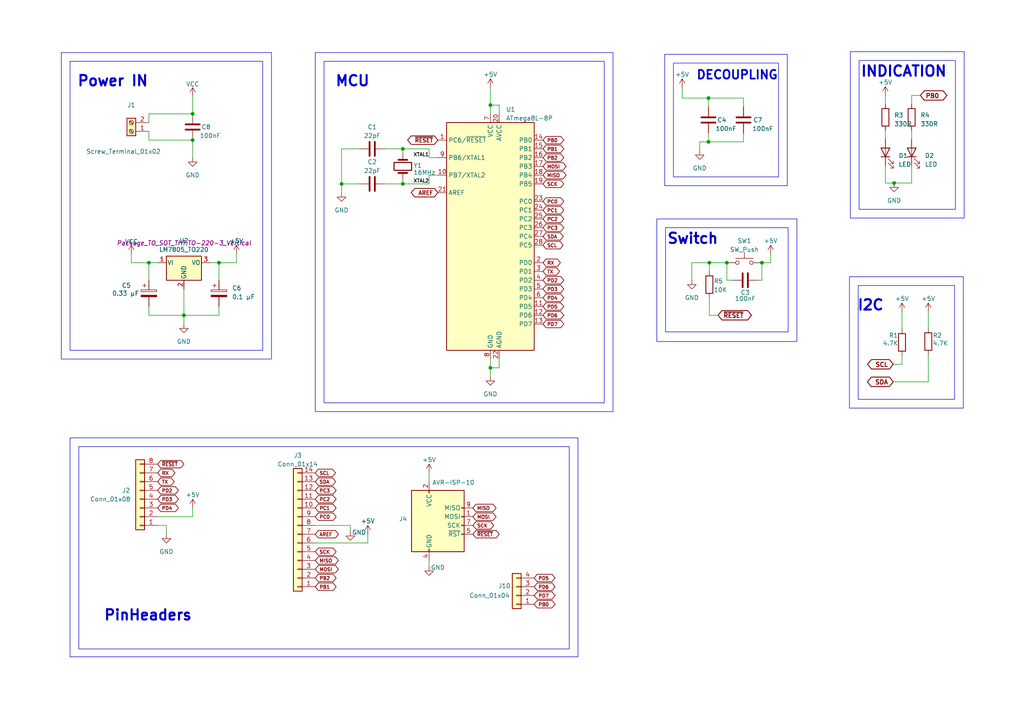
<source format=kicad_sch>
(kicad_sch (version 20230121) (generator eeschema)
  (paper "A4")
  (lib_symbols
    (symbol "Connector:AVR-ISP-10" (pin_names (offset 1.016))
      (property "Reference" "J" (at -6.35 11.43 0))
      (property "Value" "AVR-ISP-10" (at 0 11.43 0))
      (symbol "AVR-ISP-10_0_1"
        (rectangle (start -2.667 -6.858) (end -2.413 -7.62))
        (rectangle (start -2.667 10.16) (end -2.413 9.398))
        (rectangle (start 7.62 -2.413) (end 6.858 -2.667))
        (rectangle (start 7.62 0.127) (end 6.858 -0.127))
        (rectangle (start 7.62 2.667) (end 6.858 2.413))
        (rectangle (start 7.62 5.207) (end 6.858 4.953))
        (rectangle (start 7.62 10.16) (end -7.62 -7.62) (stroke (width 0.254)) (fill (type background)))
      )
      (symbol "AVR-ISP-10_1_1"
        (pin passive line (at 10.16 2.54 180) (length 2.54) (name "MOSI") (number "1"))
        (pin passive line (at -2.54 -10.16 90) (length 2.54) hide (name "GND") (number "10"))
        (pin passive line (at -2.54 12.7 270) (length 2.54) (name "VCC") (number "2"))
        (pin no_connect line (at 7.62 -5.08 180) (length 2.54) hide (name "NC") (number "3"))
        (pin passive line (at -2.54 -10.16 90) (length 2.54) (name "GND") (number "4"))
        (pin passive line (at 10.16 -2.54 180) (length 2.54) (name "~{RST}") (number "5"))
        (pin passive line (at -2.54 -10.16 90) (length 2.54) hide (name "GND") (number "6"))
        (pin passive line (at 10.16 0 180) (length 2.54) (name "SCK") (number "7"))
        (pin passive line (at -2.54 -10.16 90) (length 2.54) hide (name "GND") (number "8"))
        (pin passive line (at 10.16 5.08 180) (length 2.54) (name "MISO") (number "9"))
      )
    )
    (symbol "Connector:Screw_Terminal_01x02" (pin_names (offset 1.016) hide)
      (property "Reference" "J" (at 0 2.54 0))
      (property "Value" "Screw_Terminal_01x02" (at 0 -5.08 0))
      (symbol "Screw_Terminal_01x02_1_1"
        (rectangle (start -1.27 1.27) (end 1.27 -3.81) (stroke (width 0.254)) (fill (type background)))
        (circle (center 0 -2.54) (radius 0.635) (stroke (width 0.1524)))
        (polyline (pts (xy -0.5334 -2.2098) (xy 0.3302 -3.048)) (stroke (width 0.1524)))
        (polyline (pts (xy -0.5334 0.3302) (xy 0.3302 -0.508)) (stroke (width 0.1524)))
        (polyline (pts (xy -0.3556 -2.032) (xy 0.508 -2.8702)) (stroke (width 0.1524)))
        (polyline (pts (xy -0.3556 0.508) (xy 0.508 -0.3302)) (stroke (width 0.1524)))
        (circle (center 0 0) (radius 0.635) (stroke (width 0.1524)))
        (pin passive line (at -5.08 0 0) (length 3.81) (name "Pin_1") (number "1"))
        (pin passive line (at -5.08 -2.54 0) (length 3.81) (name "Pin_2") (number "2"))
      )
    )
    (symbol "Connector_Generic:Conn_01x04" (pin_names (offset 1.016) hide)
      (property "Reference" "J" (at 0 5.08 0))
      (property "Value" "Conn_01x04" (at 0 -7.62 0))
      (symbol "Conn_01x04_1_1"
        (rectangle (start -1.27 -4.953) (end 0 -5.207) (stroke (width 0.1524)))
        (rectangle (start -1.27 -2.413) (end 0 -2.667) (stroke (width 0.1524)))
        (rectangle (start -1.27 0.127) (end 0 -0.127) (stroke (width 0.1524)))
        (rectangle (start -1.27 2.667) (end 0 2.413) (stroke (width 0.1524)))
        (rectangle (start -1.27 3.81) (end 1.27 -6.35) (stroke (width 0.254)) (fill (type background)))
        (pin passive line (at -5.08 2.54 0) (length 3.81) (name "Pin_1") (number "1"))
        (pin passive line (at -5.08 0 0) (length 3.81) (name "Pin_2") (number "2"))
        (pin passive line (at -5.08 -2.54 0) (length 3.81) (name "Pin_3") (number "3"))
        (pin passive line (at -5.08 -5.08 0) (length 3.81) (name "Pin_4") (number "4"))
      )
    )
    (symbol "Connector_Generic:Conn_01x08" (pin_names (offset 1.016) hide)
      (property "Reference" "J" (at 0 10.16 0))
      (property "Value" "Conn_01x08" (at 0 -12.7 0))
      (symbol "Conn_01x08_1_1"
        (rectangle (start -1.27 -10.033) (end 0 -10.287) (stroke (width 0.1524)))
        (rectangle (start -1.27 -7.493) (end 0 -7.747) (stroke (width 0.1524)))
        (rectangle (start -1.27 -4.953) (end 0 -5.207) (stroke (width 0.1524)))
        (rectangle (start -1.27 -2.413) (end 0 -2.667) (stroke (width 0.1524)))
        (rectangle (start -1.27 0.127) (end 0 -0.127) (stroke (width 0.1524)))
        (rectangle (start -1.27 2.667) (end 0 2.413) (stroke (width 0.1524)))
        (rectangle (start -1.27 5.207) (end 0 4.953) (stroke (width 0.1524)))
        (rectangle (start -1.27 7.747) (end 0 7.493) (stroke (width 0.1524)))
        (rectangle (start -1.27 8.89) (end 1.27 -11.43) (stroke (width 0.254)) (fill (type background)))
        (pin passive line (at -5.08 7.62 0) (length 3.81) (name "Pin_1") (number "1"))
        (pin passive line (at -5.08 5.08 0) (length 3.81) (name "Pin_2") (number "2"))
        (pin passive line (at -5.08 2.54 0) (length 3.81) (name "Pin_3") (number "3"))
        (pin passive line (at -5.08 0 0) (length 3.81) (name "Pin_4") (number "4"))
        (pin passive line (at -5.08 -2.54 0) (length 3.81) (name "Pin_5") (number "5"))
        (pin passive line (at -5.08 -5.08 0) (length 3.81) (name "Pin_6") (number "6"))
        (pin passive line (at -5.08 -7.62 0) (length 3.81) (name "Pin_7") (number "7"))
        (pin passive line (at -5.08 -10.16 0) (length 3.81) (name "Pin_8") (number "8"))
      )
    )
    (symbol "Connector_Generic:Conn_01x14" (pin_names (offset 1.016) hide)
      (property "Reference" "J" (at 0 17.78 0))
      (property "Value" "Conn_01x14" (at 0 -20.32 0))
      (symbol "Conn_01x14_1_1"
        (rectangle (start -1.27 -17.653) (end 0 -17.907) (stroke (width 0.1524)))
        (rectangle (start -1.27 -15.113) (end 0 -15.367) (stroke (width 0.1524)))
        (rectangle (start -1.27 -12.573) (end 0 -12.827) (stroke (width 0.1524)))
        (rectangle (start -1.27 -10.033) (end 0 -10.287) (stroke (width 0.1524)))
        (rectangle (start -1.27 -7.493) (end 0 -7.747) (stroke (width 0.1524)))
        (rectangle (start -1.27 -4.953) (end 0 -5.207) (stroke (width 0.1524)))
        (rectangle (start -1.27 -2.413) (end 0 -2.667) (stroke (width 0.1524)))
        (rectangle (start -1.27 0.127) (end 0 -0.127) (stroke (width 0.1524)))
        (rectangle (start -1.27 2.667) (end 0 2.413) (stroke (width 0.1524)))
        (rectangle (start -1.27 5.207) (end 0 4.953) (stroke (width 0.1524)))
        (rectangle (start -1.27 7.747) (end 0 7.493) (stroke (width 0.1524)))
        (rectangle (start -1.27 10.287) (end 0 10.033) (stroke (width 0.1524)))
        (rectangle (start -1.27 12.827) (end 0 12.573) (stroke (width 0.1524)))
        (rectangle (start -1.27 15.367) (end 0 15.113) (stroke (width 0.1524)))
        (rectangle (start -1.27 16.51) (end 1.27 -19.05) (stroke (width 0.254)) (fill (type background)))
        (pin passive line (at -5.08 15.24 0) (length 3.81) (name "Pin_1") (number "1"))
        (pin passive line (at -5.08 -7.62 0) (length 3.81) (name "Pin_10") (number "10"))
        (pin passive line (at -5.08 -10.16 0) (length 3.81) (name "Pin_11") (number "11"))
        (pin passive line (at -5.08 -12.7 0) (length 3.81) (name "Pin_12") (number "12"))
        (pin passive line (at -5.08 -15.24 0) (length 3.81) (name "Pin_13") (number "13"))
        (pin passive line (at -5.08 -17.78 0) (length 3.81) (name "Pin_14") (number "14"))
        (pin passive line (at -5.08 12.7 0) (length 3.81) (name "Pin_2") (number "2"))
        (pin passive line (at -5.08 10.16 0) (length 3.81) (name "Pin_3") (number "3"))
        (pin passive line (at -5.08 7.62 0) (length 3.81) (name "Pin_4") (number "4"))
        (pin passive line (at -5.08 5.08 0) (length 3.81) (name "Pin_5") (number "5"))
        (pin passive line (at -5.08 2.54 0) (length 3.81) (name "Pin_6") (number "6"))
        (pin passive line (at -5.08 0 0) (length 3.81) (name "Pin_7") (number "7"))
        (pin passive line (at -5.08 -2.54 0) (length 3.81) (name "Pin_8") (number "8"))
        (pin passive line (at -5.08 -5.08 0) (length 3.81) (name "Pin_9") (number "9"))
      )
    )
    (symbol "Device:C" (pin_numbers hide) (pin_names (offset 0.254))
      (property "Reference" "C" (at 0.635 2.54 0))
      (property "Value" "C" (at 0.635 -2.54 0))
      (symbol "C_0_1"
        (polyline (pts (xy -2.032 -0.762) (xy 2.032 -0.762)) (stroke (width 0.508)))
        (polyline (pts (xy -2.032 0.762) (xy 2.032 0.762)) (stroke (width 0.508)))
      )
      (symbol "C_1_1"
        (pin passive line (at 0 3.81 270) (length 2.794) (name "~") (number "1"))
        (pin passive line (at 0 -3.81 90) (length 2.794) (name "~") (number "2"))
      )
    )
    (symbol "Device:C_Polarized" (pin_numbers hide) (pin_names (offset 0.254))
      (property "Reference" "C" (at 0.635 2.54 0))
      (property "Value" "C_Polarized" (at 0.635 -2.54 0))
      (symbol "C_Polarized_0_1"
        (rectangle (start -2.286 0.508) (end 2.286 1.016))
        (polyline (pts (xy -1.778 2.286) (xy -0.762 2.286)))
        (polyline (pts (xy -1.27 2.794) (xy -1.27 1.778)))
        (rectangle (start 2.286 -0.508) (end -2.286 -1.016) (fill (type outline)))
      )
      (symbol "C_Polarized_1_1"
        (pin passive line (at 0 3.81 270) (length 2.794) (name "~") (number "1"))
        (pin passive line (at 0 -3.81 90) (length 2.794) (name "~") (number "2"))
      )
    )
    (symbol "Device:Crystal" (pin_numbers hide) (pin_names (offset 1.016) hide)
      (property "Reference" "Y" (at 0 3.81 0))
      (property "Value" "Crystal" (at 0 -3.81 0))
      (symbol "Crystal_0_1"
        (rectangle (start -1.143 2.54) (end 1.143 -2.54) (stroke (width 0.3048)))
        (polyline (pts (xy -2.54 0) (xy -1.905 0)))
        (polyline (pts (xy -1.905 -1.27) (xy -1.905 1.27)) (stroke (width 0.508)))
        (polyline (pts (xy 1.905 -1.27) (xy 1.905 1.27)) (stroke (width 0.508)))
        (polyline (pts (xy 2.54 0) (xy 1.905 0)))
      )
      (symbol "Crystal_1_1"
        (pin passive line (at -3.81 0 0) (length 1.27) (name "1") (number "1"))
        (pin passive line (at 3.81 0 180) (length 1.27) (name "2") (number "2"))
      )
    )
    (symbol "Device:LED" (pin_numbers hide) (pin_names (offset 1.016) hide)
      (property "Reference" "D" (at 0 2.54 0))
      (property "Value" "LED" (at 0 -2.54 0))
      (symbol "LED_0_1"
        (polyline (pts (xy -1.27 -1.27) (xy -1.27 1.27)) (stroke (width 0.254)))
        (polyline (pts (xy -1.27 0) (xy 1.27 0)))
        (polyline (pts (xy 1.27 -1.27) (xy 1.27 1.27) (xy -1.27 0) (xy 1.27 -1.27)) (stroke (width 0.254)))
        (polyline (pts (xy -3.048 -0.762) (xy -4.572 -2.286) (xy -3.81 -2.286) (xy -4.572 -2.286) (xy -4.572 -1.524)))
        (polyline (pts (xy -1.778 -0.762) (xy -3.302 -2.286) (xy -2.54 -2.286) (xy -3.302 -2.286) (xy -3.302 -1.524)))
      )
      (symbol "LED_1_1"
        (pin passive line (at -3.81 0 0) (length 2.54) (name "K") (number "1"))
        (pin passive line (at 3.81 0 180) (length 2.54) (name "A") (number "2"))
      )
    )
    (symbol "Device:R" (pin_numbers hide) (pin_names (offset 0))
      (property "Reference" "R" (at 2.032 0 90))
      (property "Value" "R" (at 0 0 90))
      (symbol "R_0_1"
        (rectangle (start -1.016 -2.54) (end 1.016 2.54) (stroke (width 0.254)))
      )
      (symbol "R_1_1"
        (pin passive line (at 0 3.81 270) (length 1.27) (name "~") (number "1"))
        (pin passive line (at 0 -3.81 90) (length 1.27) (name "~") (number "2"))
      )
    )
    (symbol "MCU_Microchip_ATmega:ATmega8L-8P"
      (property "Reference" "U" (at -12.7 34.29 0))
      (property "Value" "ATmega8L-8P" (at 5.08 -34.29 0))
      (symbol "ATmega8L-8P_0_1"
        (rectangle (start -12.7 -33.02) (end 12.7 33.02) (stroke (width 0.254)) (fill (type background)))
      )
      (symbol "ATmega8L-8P_1_1"
        (pin bidirectional line (at -15.24 27.94 0) (length 2.54) (name "PC6/~{RESET}") (number "1"))
        (pin bidirectional line (at -15.24 17.78 0) (length 2.54) (name "PB7/XTAL2") (number "10"))
        (pin bidirectional line (at 15.24 -20.32 180) (length 2.54) (name "PD5") (number "11"))
        (pin bidirectional line (at 15.24 -22.86 180) (length 2.54) (name "PD6") (number "12"))
        (pin bidirectional line (at 15.24 -25.4 180) (length 2.54) (name "PD7") (number "13"))
        (pin bidirectional line (at 15.24 27.94 180) (length 2.54) (name "PB0") (number "14"))
        (pin bidirectional line (at 15.24 25.4 180) (length 2.54) (name "PB1") (number "15"))
        (pin bidirectional line (at 15.24 22.86 180) (length 2.54) (name "PB2") (number "16"))
        (pin bidirectional line (at 15.24 20.32 180) (length 2.54) (name "PB3") (number "17"))
        (pin bidirectional line (at 15.24 17.78 180) (length 2.54) (name "PB4") (number "18"))
        (pin bidirectional line (at 15.24 15.24 180) (length 2.54) (name "PB5") (number "19"))
        (pin bidirectional line (at 15.24 -7.62 180) (length 2.54) (name "PD0") (number "2"))
        (pin power_in line (at 2.54 35.56 270) (length 2.54) (name "AVCC") (number "20"))
        (pin passive line (at -15.24 12.7 0) (length 2.54) (name "AREF") (number "21"))
        (pin power_in line (at 2.54 -35.56 90) (length 2.54) (name "AGND") (number "22"))
        (pin bidirectional line (at 15.24 10.16 180) (length 2.54) (name "PC0") (number "23"))
        (pin bidirectional line (at 15.24 7.62 180) (length 2.54) (name "PC1") (number "24"))
        (pin bidirectional line (at 15.24 5.08 180) (length 2.54) (name "PC2") (number "25"))
        (pin bidirectional line (at 15.24 2.54 180) (length 2.54) (name "PC3") (number "26"))
        (pin bidirectional line (at 15.24 0 180) (length 2.54) (name "PC4") (number "27"))
        (pin bidirectional line (at 15.24 -2.54 180) (length 2.54) (name "PC5") (number "28"))
        (pin bidirectional line (at 15.24 -10.16 180) (length 2.54) (name "PD1") (number "3"))
        (pin bidirectional line (at 15.24 -12.7 180) (length 2.54) (name "PD2") (number "4"))
        (pin bidirectional line (at 15.24 -15.24 180) (length 2.54) (name "PD3") (number "5"))
        (pin bidirectional line (at 15.24 -17.78 180) (length 2.54) (name "PD4") (number "6"))
        (pin power_in line (at 0 35.56 270) (length 2.54) (name "VCC") (number "7"))
        (pin power_in line (at 0 -35.56 90) (length 2.54) (name "GND") (number "8"))
        (pin bidirectional line (at -15.24 22.86 0) (length 2.54) (name "PB6/XTAL1") (number "9"))
      )
    )
    (symbol "Regulator_Linear:LM7805_TO220" (pin_names (offset 0.254))
      (property "Reference" "U" (at -3.81 3.175 0))
      (property "Value" "LM7805_TO220" (at 0 3.175 0))
      (symbol "LM7805_TO220_0_1"
        (rectangle (start -5.08 1.905) (end 5.08 -5.08) (stroke (width 0.254)) (fill (type background)))
      )
      (symbol "LM7805_TO220_1_1"
        (pin power_in line (at -7.62 0 0) (length 2.54) (name "VI") (number "1"))
        (pin power_in line (at 0 -7.62 90) (length 2.54) (name "GND") (number "2"))
        (pin power_out line (at 7.62 0 180) (length 2.54) (name "VO") (number "3"))
      )
    )
    (symbol "Switch:SW_Push" (pin_numbers hide) (pin_names (offset 1.016) hide)
      (property "Reference" "SW" (at 1.27 2.54 0))
      (property "Value" "SW_Push" (at 0 -1.524 0))
      (symbol "SW_Push_0_1"
        (circle (center -2.032 0) (radius 0.508))
        (polyline (pts (xy 0 1.27) (xy 0 3.048)))
        (polyline (pts (xy 2.54 1.27) (xy -2.54 1.27)))
        (circle (center 2.032 0) (radius 0.508))
        (pin passive line (at -5.08 0 0) (length 2.54) (name "1") (number "1"))
        (pin passive line (at 5.08 0 180) (length 2.54) (name "2") (number "2"))
      )
    )
    (symbol "power:+5V" (power) (pin_names (offset 0))
      (property "Value" "+5V" (at 0 3.556 0))
      (symbol "+5V_0_1"
        (polyline (pts (xy -0.762 1.27) (xy 0 2.54)))
        (polyline (pts (xy 0 0) (xy 0 2.54)))
        (polyline (pts (xy 0 2.54) (xy 0.762 1.27)))
      )
      (symbol "+5V_1_1"
        (pin power_in line (at 0 0 90) (length 0) hide (name "+5V") (number "1"))
      )
    )
    (symbol "power:GND" (power) (pin_names (offset 0))
      (property "Value" "GND" (at 0 -3.81 0))
      (symbol "GND_0_1"
        (polyline (pts (xy 0 0) (xy 0 -1.27) (xy 1.27 -1.27) (xy 0 -2.54) (xy -1.27 -1.27) (xy 0 -1.27)))
      )
      (symbol "GND_1_1"
        (pin power_in line (at 0 0 270) (length 0) hide (name "GND") (number "1"))
      )
    )
    (symbol "power:VCC" (power) (pin_names (offset 0))
      (property "Value" "VCC" (at 0 3.81 0))
      (symbol "VCC_0_1"
        (polyline (pts (xy -0.762 1.27) (xy 0 2.54)))
        (polyline (pts (xy 0 0) (xy 0 2.54)))
        (polyline (pts (xy 0 2.54) (xy 0.762 1.27)))
      )
      (symbol "VCC_1_1"
        (pin power_in line (at 0 0 90) (length 0) hide (name "VCC") (number "1"))
      )
    )
  )
  (junction (at 116.84 53.34))
  (junction (at 205.74 76.2))
  (junction (at 99.06 53.34))
  (junction (at 210.82 76.2))
  (junction (at 55.88 40.64))
  (junction (at 43.18 76.2))
  (junction (at 205.486 28.448))
  (junction (at 142.24 30.48))
  (junction (at 205.486 41.148))
  (junction (at 259.334 53.086))
  (junction (at 63.5 76.2))
  (junction (at 142.24 106.68))
  (junction (at 116.84 43.18))
  (junction (at 220.98 76.2))
  (junction (at 55.88 33.02))
  (junction (at 53.34 91.44))
  (wire (pts (xy 43.18 91.44) (xy 43.18 88.9)))
  (wire (pts (xy 68.58 73.66) (xy 68.58 76.2)))
  (wire (pts (xy 259.334 53.086) (xy 256.794 53.086)))
  (wire (pts (xy 63.5 88.9) (xy 63.5 91.44)))
  (wire (pts (xy 215.646 41.148) (xy 205.486 41.148)))
  (wire (pts (xy 43.18 81.28) (xy 43.18 76.2)))
  (wire (pts (xy 215.646 28.448) (xy 215.646 30.988)))
  (wire (pts (xy 60.96 76.2) (xy 63.5 76.2)))
  (wire (pts (xy 223.52 76.2) (xy 220.98 76.2)))
  (wire (pts (xy 38.1 73.66) (xy 38.1 76.2)))
  (wire (pts (xy 142.24 106.68) (xy 144.78 106.68)))
  (wire (pts (xy 142.24 106.68) (xy 142.24 109.22)))
  (wire (pts (xy 205.486 28.448) (xy 197.866 28.448)))
  (wire (pts (xy 106.68 154.94) (xy 106.68 157.48)))
  (wire (pts (xy 210.82 76.2) (xy 210.82 81.28)))
  (wire (pts (xy 63.5 91.44) (xy 53.34 91.44)))
  (wire (pts (xy 99.06 53.34) (xy 99.06 55.88)))
  (wire (pts (xy 205.74 86.36) (xy 205.74 91.44)))
  (wire (pts (xy 91.44 152.4) (xy 101.6 152.4)))
  (wire (pts (xy 259.08 110.744) (xy 269.24 110.744)))
  (wire (pts (xy 264.414 48.006) (xy 264.414 53.086)))
  (wire (pts (xy 55.88 40.64) (xy 55.88 45.72)))
  (wire (pts (xy 205.486 28.448) (xy 215.646 28.448)))
  (wire (pts (xy 124.46 45.72) (xy 124.46 43.18)))
  (wire (pts (xy 43.18 33.02) (xy 43.18 35.56)))
  (wire (pts (xy 200.66 76.2) (xy 200.66 81.28)))
  (wire (pts (xy 212.344 81.28) (xy 210.82 81.28)))
  (wire (pts (xy 101.6 152.4) (xy 101.6 154.178)))
  (wire (pts (xy 144.78 104.14) (xy 144.78 106.68)))
  (wire (pts (xy 205.486 30.988) (xy 205.486 28.448)))
  (wire (pts (xy 43.18 40.64) (xy 55.88 40.64)))
  (wire (pts (xy 215.646 38.608) (xy 215.646 41.148)))
  (wire (pts (xy 127 45.72) (xy 124.46 45.72)))
  (wire (pts (xy 124.46 53.34) (xy 124.46 50.8)))
  (wire (pts (xy 256.794 48.006) (xy 256.794 53.086)))
  (wire (pts (xy 142.24 30.48) (xy 142.24 33.02)))
  (wire (pts (xy 261.62 90.424) (xy 261.62 95.504)))
  (wire (pts (xy 116.84 43.18) (xy 124.46 43.18)))
  (wire (pts (xy 205.74 78.74) (xy 205.74 76.2)))
  (wire (pts (xy 99.06 43.18) (xy 104.14 43.18)))
  (wire (pts (xy 223.52 73.66) (xy 223.52 76.2)))
  (wire (pts (xy 53.34 91.44) (xy 43.18 91.44)))
  (wire (pts (xy 55.88 147.32) (xy 55.88 149.86)))
  (wire (pts (xy 205.486 41.148) (xy 205.486 38.608)))
  (wire (pts (xy 205.74 76.2) (xy 210.82 76.2)))
  (wire (pts (xy 202.946 41.148) (xy 202.946 43.688)))
  (wire (pts (xy 48.26 152.4) (xy 48.26 154.94)))
  (wire (pts (xy 63.5 76.2) (xy 68.58 76.2)))
  (wire (pts (xy 264.414 53.086) (xy 259.334 53.086)))
  (wire (pts (xy 205.486 41.148) (xy 202.946 41.148)))
  (wire (pts (xy 43.18 76.2) (xy 38.1 76.2)))
  (wire (pts (xy 116.84 43.18) (xy 116.84 44.45)))
  (wire (pts (xy 43.18 40.64) (xy 43.18 38.1)))
  (wire (pts (xy 116.84 52.07) (xy 116.84 53.34)))
  (wire (pts (xy 124.46 162.56) (xy 124.46 164.338)))
  (wire (pts (xy 91.44 157.48) (xy 106.68 157.48)))
  (wire (pts (xy 63.5 76.2) (xy 63.5 81.28)))
  (wire (pts (xy 53.34 91.44) (xy 53.34 93.98)))
  (wire (pts (xy 111.76 43.18) (xy 116.84 43.18)))
  (wire (pts (xy 99.06 53.34) (xy 104.14 53.34)))
  (wire (pts (xy 269.24 90.424) (xy 269.24 95.25)))
  (wire (pts (xy 111.76 53.34) (xy 116.84 53.34)))
  (wire (pts (xy 99.06 43.18) (xy 99.06 53.34)))
  (wire (pts (xy 256.794 37.846) (xy 256.794 40.386)))
  (wire (pts (xy 124.46 50.8) (xy 127 50.8)))
  (wire (pts (xy 256.794 27.686) (xy 256.794 30.226)))
  (wire (pts (xy 144.78 33.02) (xy 144.78 30.48)))
  (wire (pts (xy 220.98 76.2) (xy 220.98 81.28)))
  (wire (pts (xy 205.74 76.2) (xy 200.66 76.2)))
  (wire (pts (xy 45.72 152.4) (xy 48.26 152.4)))
  (wire (pts (xy 43.18 76.2) (xy 45.72 76.2)))
  (wire (pts (xy 53.34 83.82) (xy 53.34 91.44)))
  (wire (pts (xy 219.964 81.28) (xy 220.98 81.28)))
  (wire (pts (xy 205.74 91.44) (xy 208.28 91.44)))
  (wire (pts (xy 124.46 137.16) (xy 124.46 139.7)))
  (wire (pts (xy 269.24 102.87) (xy 269.24 110.744)))
  (wire (pts (xy 264.414 30.226) (xy 264.414 27.686)))
  (wire (pts (xy 142.24 30.48) (xy 144.78 30.48)))
  (wire (pts (xy 43.18 33.02) (xy 55.88 33.02)))
  (wire (pts (xy 264.414 27.686) (xy 266.954 27.686)))
  (wire (pts (xy 142.24 104.14) (xy 142.24 106.68)))
  (wire (pts (xy 45.72 149.86) (xy 55.88 149.86)))
  (wire (pts (xy 264.414 37.846) (xy 264.414 40.386)))
  (wire (pts (xy 261.62 103.124) (xy 261.62 105.664)))
  (wire (pts (xy 259.08 105.664) (xy 261.62 105.664)))
  (wire (pts (xy 197.866 25.4) (xy 197.866 28.448)))
  (wire (pts (xy 55.88 27.94) (xy 55.88 33.02)))
  (wire (pts (xy 116.84 53.34) (xy 124.46 53.34)))
  (wire (pts (xy 142.24 25.4) (xy 142.24 30.48)))
  (rectangle (start 246.634 14.986) (end 279.654 63.246))
  (rectangle (start 246.38 80.264) (end 279.4 118.364))
  (rectangle (start 248.92 82.804) (end 276.86 115.824))
  (rectangle (start 195.326 18.288) (end 225.806 51.308))
  (rectangle (start 17.78 15.24) (end 78.74 104.14))
  (rectangle (start 20.32 17.78) (end 76.2 101.6))
  (rectangle (start 190.5 63.5) (end 231.14 99.06))
  (rectangle (start 192.786 15.748) (end 228.346 53.848))
  (rectangle (start 22.86 129.54) (end 165.1 188.214))
  (rectangle (start 20.32 127) (end 167.64 190.5))
  (rectangle (start 93.98 17.78) (end 175.26 116.84))
  (rectangle (start 249.174 17.526) (end 277.114 60.706))
  (rectangle (start 91.44 15.24) (end 177.8 119.38))
  (rectangle (start 193.04 66.04) (end 228.6 96.266))
  (text "DECOUPLING" (at 225.806 23.368 0) (effects (font (size 2.5 2.5) bold) (justify right bottom)))
  (text "Switch " (at 210.82 71.12 0) (effects (font (size 3 3) bold) (justify right bottom)))
  (text "Power IN" (at 43.18 25.4 0) (effects (font (size 3 3) bold) (justify right bottom)))
  (text "INDICATION" (at 274.828 22.606 0) (effects (font (size 3 3) bold) (justify right bottom)))
  (text "PinHeaders" (at 55.88 180.34 0) (effects (font (size 3 3) bold) (justify right bottom)))
  (text "MCU" (at 107.442 25.4 0) (effects (font (size 3 3) bold) (justify right bottom)))
  (text "I2C" (at 256.54 90.424 0) (effects (font (size 3 3) bold) (justify right bottom)))
  (label "XTAL1" (at 124.46 45.72 180) (effects (font (size 1 1) bold)))
  (label "XTAL2" (at 124.46 53.34 180) (effects (font (size 1 1) bold)))
  (global_label "MISO" (shape bidirectional) (at 137.16 147.32 0) (effects (font (size 1 1) bold)) (property "Intersheetrefs" "${INTERSHEET_REFS}" (effects hide)))
  (global_label "PB0" (shape bidirectional) (at 266.954 27.686 0) (effects (font bold)) (property "Intersheetrefs" "${INTERSHEET_REFS}" (effects hide)))
  (global_label "PD5" (shape bidirectional) (at 157.48 88.9 0) (effects (font (size 1 1) bold)) (property "Intersheetrefs" "${INTERSHEET_REFS}" (effects hide)))
  (global_label "PC3" (shape bidirectional) (at 91.44 142.24 0) (effects (font (size 1 1) bold)) (property "Intersheetrefs" "${INTERSHEET_REFS}" (effects hide)))
  (global_label "PD3" (shape bidirectional) (at 157.48 83.82 0) (effects (font (size 1 1) bold)) (property "Intersheetrefs" "${INTERSHEET_REFS}" (effects hide)))
  (global_label "PD6" (shape bidirectional) (at 154.94 170.18 0) (effects (font (size 1 1) bold)) (property "Intersheetrefs" "${INTERSHEET_REFS}" (effects hide)))
  (global_label "SDA" (shape bidirectional) (at 259.08 110.744 180) (effects (font (thickness 0.254) bold)) (property "Intersheetrefs" "${INTERSHEET_REFS}" (effects hide)))
  (global_label "PD2" (shape bidirectional) (at 157.48 81.28 0) (effects (font (size 1 1) bold)) (property "Intersheetrefs" "${INTERSHEET_REFS}" (effects hide)))
  (global_label "SDA" (shape bidirectional) (at 91.44 139.7 0) (effects (font (size 1 1) bold)) (property "Intersheetrefs" "${INTERSHEET_REFS}" (effects hide)))
  (global_label "PD4" (shape bidirectional) (at 45.72 147.32 0) (effects (font (size 1 1) bold)) (property "Intersheetrefs" "${INTERSHEET_REFS}" (effects hide)))
  (global_label "SCK" (shape bidirectional) (at 91.44 160.02 0) (effects (font (size 1 1) bold)) (property "Intersheetrefs" "${INTERSHEET_REFS}" (effects hide)))
  (global_label "PB1" (shape bidirectional) (at 91.44 170.18 0) (effects (font (size 1 1) bold)) (property "Intersheetrefs" "${INTERSHEET_REFS}" (effects hide)))
  (global_label "SCK" (shape bidirectional) (at 157.48 53.34 0) (effects (font (size 1 1) bold)) (property "Intersheetrefs" "${INTERSHEET_REFS}" (effects hide)))
  (global_label "MOSI" (shape bidirectional) (at 137.16 149.86 0) (effects (font (size 1 1) bold)) (property "Intersheetrefs" "${INTERSHEET_REFS}" (effects hide)))
  (global_label "AREF" (shape bidirectional) (at 127 55.88 180) (effects (font (size 1.15 1.15) bold)) (property "Intersheetrefs" "${INTERSHEET_REFS}" (effects hide)))
  (global_label "SCL" (shape bidirectional) (at 91.44 137.16 0) (effects (font (size 1 1) bold)) (property "Intersheetrefs" "${INTERSHEET_REFS}" (effects hide)))
  (global_label "MOSI" (shape bidirectional) (at 91.44 165.1 0) (effects (font (size 1 1) bold)) (property "Intersheetrefs" "${INTERSHEET_REFS}" (effects hide)))
  (global_label "~{RESET}" (shape bidirectional) (at 127 40.64 180) (effects (font (size 1.15 1.15) bold)) (property "Intersheetrefs" "${INTERSHEET_REFS}" (effects hide)))
  (global_label "MISO" (shape bidirectional) (at 157.48 50.8 0) (effects (font (size 1 1) bold)) (property "Intersheetrefs" "${INTERSHEET_REFS}" (effects hide)))
  (global_label "PC0" (shape bidirectional) (at 91.44 149.86 0) (effects (font (size 1 1) bold)) (property "Intersheetrefs" "${INTERSHEET_REFS}" (effects hide)))
  (global_label "PC2" (shape bidirectional) (at 91.44 144.78 0) (effects (font (size 1 1) bold)) (property "Intersheetrefs" "${INTERSHEET_REFS}" (effects hide)))
  (global_label "PC1" (shape bidirectional) (at 157.48 60.96 0) (effects (font (size 1 1) bold)) (property "Intersheetrefs" "${INTERSHEET_REFS}" (effects hide)))
  (global_label "SCL" (shape bidirectional) (at 157.48 71.12 0) (effects (font (size 1 1) bold)) (property "Intersheetrefs" "${INTERSHEET_REFS}" (effects hide)))
  (global_label "SDA" (shape bidirectional) (at 157.48 68.58 0) (effects (font (size 1 1) bold)) (property "Intersheetrefs" "${INTERSHEET_REFS}" (effects hide)))
  (global_label "PB0" (shape bidirectional) (at 157.48 40.64 0) (effects (font (size 1 1) bold)) (property "Intersheetrefs" "${INTERSHEET_REFS}" (effects hide)))
  (global_label "AREF" (shape bidirectional) (at 91.44 154.94 0) (effects (font (size 1 1) bold)) (property "Intersheetrefs" "${INTERSHEET_REFS}" (effects hide)))
  (global_label "PB2" (shape bidirectional) (at 91.44 167.64 0) (effects (font (size 1 1) bold)) (property "Intersheetrefs" "${INTERSHEET_REFS}" (effects hide)))
  (global_label "~{RESET}" (shape bidirectional) (at 208.28 91.44 0) (effects (font bold)) (property "Intersheetrefs" "${INTERSHEET_REFS}" (effects hide)))
  (global_label "PC1" (shape bidirectional) (at 91.44 147.32 0) (effects (font (size 1 1) bold)) (property "Intersheetrefs" "${INTERSHEET_REFS}" (effects hide)))
  (global_label "PC2" (shape bidirectional) (at 157.48 63.5 0) (effects (font (size 1 1) bold)) (property "Intersheetrefs" "${INTERSHEET_REFS}" (effects hide)))
  (global_label "PD3" (shape bidirectional) (at 45.72 144.78 0) (effects (font (size 1 1) bold)) (property "Intersheetrefs" "${INTERSHEET_REFS}" (effects hide)))
  (global_label "PB1" (shape bidirectional) (at 157.48 43.18 0) (effects (font (size 1 1) bold)) (property "Intersheetrefs" "${INTERSHEET_REFS}" (effects hide)))
  (global_label "TX" (shape bidirectional) (at 45.72 139.7 0) (effects (font (size 1 1) bold)) (property "Intersheetrefs" "${INTERSHEET_REFS}" (effects hide)))
  (global_label "SCK" (shape bidirectional) (at 137.16 152.4 0) (effects (font (size 1 1) bold)) (property "Intersheetrefs" "${INTERSHEET_REFS}" (effects hide)))
  (global_label "PC3" (shape bidirectional) (at 157.48 66.04 0) (effects (font (size 1 1) bold)) (property "Intersheetrefs" "${INTERSHEET_REFS}" (effects hide)))
  (global_label "PD2" (shape bidirectional) (at 45.72 142.24 0) (effects (font (size 1 1) bold)) (property "Intersheetrefs" "${INTERSHEET_REFS}" (effects hide)))
  (global_label "PD5" (shape bidirectional) (at 154.94 167.64 0) (effects (font (size 1 1) bold)) (property "Intersheetrefs" "${INTERSHEET_REFS}" (effects hide)))
  (global_label "TX" (shape bidirectional) (at 157.48 78.74 0) (effects (font (size 1 1) bold)) (property "Intersheetrefs" "${INTERSHEET_REFS}" (effects hide)))
  (global_label "RX" (shape bidirectional) (at 45.72 137.16 0) (effects (font (size 1 1) bold)) (property "Intersheetrefs" "${INTERSHEET_REFS}" (effects hide)))
  (global_label "PD7" (shape bidirectional) (at 154.94 172.72 0) (effects (font (size 1 1) bold)) (property "Intersheetrefs" "${INTERSHEET_REFS}" (effects hide)))
  (global_label "PC0" (shape bidirectional) (at 157.48 58.42 0) (effects (font (size 1 1) bold)) (property "Intersheetrefs" "${INTERSHEET_REFS}" (effects hide)))
  (global_label "SCL" (shape bidirectional) (at 259.08 105.664 180) (effects (font (thickness 0.254) bold)) (property "Intersheetrefs" "${INTERSHEET_REFS}" (effects hide)))
  (global_label "RX" (shape bidirectional) (at 157.48 76.2 0) (effects (font (size 1 1) bold)) (property "Intersheetrefs" "${INTERSHEET_REFS}" (effects hide)))
  (global_label "PB0" (shape bidirectional) (at 154.94 175.26 0) (effects (font (size 1 1) bold)) (property "Intersheetrefs" "${INTERSHEET_REFS}" (effects hide)))
  (global_label "PD4" (shape bidirectional) (at 157.48 86.36 0) (effects (font (size 1 1) bold)) (property "Intersheetrefs" "${INTERSHEET_REFS}" (effects hide)))
  (global_label "~{RESET}" (shape bidirectional) (at 137.16 154.94 0) (effects (font (size 1 1) bold)) (property "Intersheetrefs" "${INTERSHEET_REFS}" (effects hide)))
  (global_label "PD7" (shape bidirectional) (at 157.48 93.98 0) (effects (font (size 1 1) bold)) (property "Intersheetrefs" "${INTERSHEET_REFS}" (effects hide)))
  (global_label "MOSI" (shape bidirectional) (at 157.48 48.26 0) (effects (font (size 1 1) bold)) (property "Intersheetrefs" "${INTERSHEET_REFS}" (effects hide)))
  (global_label "PB2" (shape bidirectional) (at 157.48 45.72 0) (effects (font (size 1 1) bold)) (property "Intersheetrefs" "${INTERSHEET_REFS}" (effects hide)))
  (global_label "MISO" (shape bidirectional) (at 91.44 162.56 0) (effects (font (size 1 1) bold)) (property "Intersheetrefs" "${INTERSHEET_REFS}" (effects hide)))
  (global_label "~{RESET}" (shape bidirectional) (at 45.72 134.62 0) (effects (font (size 1 1) bold)) (property "Intersheetrefs" "${INTERSHEET_REFS}" (effects hide)))
  (global_label "PD6" (shape bidirectional) (at 157.48 91.44 0) (effects (font (size 1 1) bold)) (property "Intersheetrefs" "${INTERSHEET_REFS}" (effects hide)))
  (symbol (lib_id "power:GND") (at 53.34 93.98 0) (unit 1)
    (property "Reference" "#PWR06" (effects hide))
    (property "Value" "GND" (at 53.34 99.06 0))
  )
  (symbol (lib_id "Device:R") (at 261.62 99.314 0) (unit 1)
    (property "Reference" "R1" (at 257.81 97.282 0) (effects (justify left)))
    (property "Value" "4.7K" (at 256.032 99.568 0) (effects (justify left)))
    (property "Footprint" "Resistor_SMD:R_0805_2012Metric" (effects hide))
  )
  (symbol (lib_id "power:GND") (at 55.88 45.72 0) (unit 1)
    (property "Reference" "#PWR011" (effects hide))
    (property "Value" "GND" (at 55.88 50.8 0))
  )
  (symbol (lib_id "power:GND") (at 202.946 43.688 0) (unit 1)
    (property "Reference" "#PWR017" (effects hide))
    (property "Value" "GND" (at 202.946 48.768 0))
  )
  (symbol (lib_id "Device:LED") (at 256.794 44.196 90) (unit 1)
    (property "Reference" "D1" (at 260.604 45.1485 90) (effects (justify right)))
    (property "Value" "LED" (at 260.604 47.6885 90) (effects (justify right)))
    (property "Footprint" "LED_THT:LED_D5.0mm" (effects hide))
  )
  (symbol (lib_id "Device:C") (at 216.154 81.28 90) (unit 1)
    (property "Reference" "C3" (at 216.154 84.836 90))
    (property "Value" "100nF" (at 216.154 86.614 90))
    (property "Footprint" "Capacitor_SMD:C_0805_2012Metric" (effects hide))
  )
  (symbol (lib_id "power:GND") (at 101.6 154.178 0) (unit 1)
    (property "Reference" "#PWR018" (effects hide))
    (property "Value" "GND" (at 104.14 154.432 0))
  )
  (symbol (lib_id "Connector_Generic:Conn_01x04") (at 149.86 172.72 180) (unit 1)
    (property "Reference" "J10" (at 146.304 169.926 0))
    (property "Value" "Conn_01x04" (at 141.986 172.72 0))
    (property "Footprint" "Connector_PinSocket_2.54mm:PinSocket_1x04_P2.54mm_Vertical" (effects hide))
  )
  (symbol (lib_id "power:+5V") (at 269.24 90.424 0) (unit 1)
    (property "Reference" "#PWR03" (effects hide))
    (property "Value" "+5V" (at 269.24 86.614 0))
  )
  (symbol (lib_id "power:GND") (at 124.46 164.338 0) (unit 1)
    (property "Reference" "#PWR023" (effects hide))
    (property "Value" "GND" (at 127 164.592 0))
  )
  (symbol (lib_id "Device:LED") (at 264.414 44.196 90) (unit 1)
    (property "Reference" "D2" (at 268.224 45.1485 90) (effects (justify right)))
    (property "Value" "LED" (at 268.224 47.6885 90) (effects (justify right)))
    (property "Footprint" "LED_THT:LED_D5.0mm" (effects hide))
  )
  (symbol (lib_id "Connector_Generic:Conn_01x08") (at 40.64 144.78 180) (unit 1)
    (property "Reference" "J2" (at 36.576 142.24 0))
    (property "Value" "Conn_01x08" (at 32.004 144.78 0))
    (property "Footprint" "Connector_PinSocket_2.54mm:PinSocket_1x08_P2.54mm_Vertical" (effects hide))
  )
  (symbol (lib_id "Connector:AVR-ISP-10") (at 127 152.4 0) (unit 1)
    (property "Reference" "J4" (at 118.11 150.495 0) (effects (justify right)))
    (property "Value" "AVR-ISP-10" (at 137.668 139.954 0) (effects (justify right)))
    (property "Footprint" "Connector_PinHeader_2.54mm:PinHeader_2x05_P2.54mm_Vertical" (effects hide))
    (property "Datasheet" " ~" (effects hide))
  )
  (symbol (lib_id "power:+5V") (at 261.62 90.424 0) (unit 1)
    (property "Reference" "#PWR02" (effects hide))
    (property "Value" "+5V" (at 261.62 86.614 0))
  )
  (symbol (lib_id "Device:C_Polarized") (at 43.18 85.09 0) (unit 1)
    (property "Reference" "C5" (at 35.306 82.804 0) (effects (justify left)))
    (property "Value" "0.33 µF" (at 32.512 85.09 0) (effects (justify left)))
    (property "Footprint" "Capacitor_THT:CP_Radial_D6.3mm_P2.50mm" (effects hide))
  )
  (symbol (lib_id "Device:C") (at 215.646 34.798 180) (unit 1)
    (property "Reference" "C7" (at 218.44 34.798 0) (effects (justify right)))
    (property "Value" "100nF" (at 218.186 37.338 0) (effects (justify right)))
    (property "Footprint" "Capacitor_SMD:C_0805_2012Metric" (effects hide))
  )
  (symbol (lib_id "Connector:Screw_Terminal_01x02") (at 38.1 38.1 180) (unit 1)
    (property "Reference" "J1" (at 38.1 30.48 0))
    (property "Value" "Screw_Terminal_01x02" (at 35.814 43.942 0))
    (property "Footprint" "TerminalBlock_Phoenix:TerminalBlock_Phoenix_MKDS-1,5-2-5.08_1x02_P5.08mm_Horizontal" (effects hide))
  )
  (symbol (lib_id "MCU_Microchip_ATmega:ATmega8L-8P") (at 142.24 68.58 0) (unit 1)
    (property "Reference" "U1" (at 146.7359 31.75 0) (effects (justify left)))
    (property "Value" "ATmega8L-8P" (at 146.7359 34.29 0) (effects (justify left)))
    (property "Footprint" "Package_DIP:DIP-28_W7.62mm" (effects hide))
    (property "Datasheet" "http://ww1.microchip.com/downloads/en/DeviceDoc/atmel-2486-8-bit-avr-microcontroller-atmega8_l_datasheet.pdf" (effects hide))
  )
  (symbol (lib_id "power:+5V") (at 223.52 73.66 0) (unit 1)
    (property "Reference" "#PWR010" (effects hide))
    (property "Value" "+5V" (at 223.52 69.85 0))
  )
  (symbol (lib_id "Device:R") (at 269.24 99.06 0) (unit 1)
    (property "Reference" "R2" (at 270.51 97.282 0) (effects (justify left)))
    (property "Value" "4.7K" (at 270.51 99.568 0) (effects (justify left)))
    (property "Footprint" "Resistor_SMD:R_0805_2012Metric" (effects hide))
  )
  (symbol (lib_id "power:+5V") (at 142.24 25.4 0) (unit 1)
    (property "Reference" "#PWR014" (effects hide))
    (property "Value" "+5V" (at 142.24 21.59 0))
  )
  (symbol (lib_id "Device:Crystal") (at 116.84 48.26 90) (unit 1)
    (property "Reference" "Y1" (at 119.888 48.006 90) (effects (justify right)))
    (property "Value" "16MHz" (at 119.888 50.038 90) (effects (justify right)))
    (property "Footprint" "Crystal:Crystal_HC18-U_Vertical" (effects hide))
  )
  (symbol (lib_id "Device:R") (at 205.74 82.55 0) (unit 1)
    (property "Reference" "R5" (at 207.01 81.534 0) (effects (justify left)))
    (property "Value" "10K" (at 207.01 84.074 0) (effects (justify left)))
    (property "Footprint" "Resistor_THT:R_Axial_DIN0204_L3.6mm_D1.6mm_P5.08mm_Horizontal" (effects hide))
  )
  (symbol (lib_id "power:GND") (at 99.06 55.88 0) (unit 1)
    (property "Reference" "#PWR01" (effects hide))
    (property "Value" "GND" (at 99.06 60.96 0))
  )
  (symbol (lib_id "Device:R") (at 256.794 34.036 0) (unit 1)
    (property "Reference" "R3" (at 259.334 33.401 0) (effects (justify left)))
    (property "Value" "330R" (at 259.334 35.941 0) (effects (justify left)))
    (property "Footprint" "Resistor_SMD:R_1206_3216Metric" (effects hide))
  )
  (symbol (lib_id "Device:C") (at 107.95 53.34 90) (unit 1)
    (property "Reference" "C2" (at 107.95 46.99 90))
    (property "Value" "22pF" (at 107.95 49.53 90))
    (property "Footprint" "Capacitor_SMD:C_0805_2012Metric" (effects hide))
  )
  (symbol (lib_id "power:GND") (at 142.24 109.22 0) (unit 1)
    (property "Reference" "#PWR015" (effects hide))
    (property "Value" "GND" (at 142.24 114.3 0))
  )
  (symbol (lib_id "Device:C") (at 55.88 36.83 180) (unit 1)
    (property "Reference" "C8" (at 58.42 36.83 0) (effects (justify right)))
    (property "Value" "100nF" (at 57.912 39.37 0) (effects (justify right)))
    (property "Footprint" "Capacitor_SMD:C_0805_2012Metric" (effects hide))
  )
  (symbol (lib_id "power:+5V") (at 124.46 137.16 0) (unit 1)
    (property "Reference" "#PWR022" (effects hide))
    (property "Value" "+5V" (at 124.46 133.35 0))
  )
  (symbol (lib_id "power:VCC") (at 55.88 27.94 0) (unit 1)
    (property "Reference" "#PWR013" (effects hide))
    (property "Value" "VCC" (at 55.88 24.384 0))
  )
  (symbol (lib_id "power:+5V") (at 256.794 27.686 0) (unit 1)
    (property "Reference" "#PWR04" (effects hide))
    (property "Value" "+5V" (at 256.794 23.876 0))
  )
  (symbol (lib_id "power:GND") (at 259.334 53.086 0) (unit 1)
    (property "Reference" "#PWR05" (effects hide))
    (property "Value" "GND" (at 259.334 58.166 0))
  )
  (symbol (lib_id "Regulator_Linear:LM7805_TO220") (at 53.34 76.2 0) (unit 1)
    (property "Reference" "U2" (at 53.34 69.85 0))
    (property "Value" "LM7805_TO220" (at 53.34 72.39 0))
    (property "Footprint" "Package_TO_SOT_THT:TO-220-3_Vertical" (at 53.34 70.485 0) (effects (font italic)))
    (property "Datasheet" "https://www.onsemi.cn/PowerSolutions/document/MC7800-D.PDF" (effects hide))
  )
  (symbol (lib_id "Device:C") (at 205.486 34.798 180) (unit 1)
    (property "Reference" "C4" (at 208.026 34.798 0) (effects (justify right)))
    (property "Value" "100nF" (at 207.518 37.338 0) (effects (justify right)))
    (property "Footprint" "Capacitor_SMD:C_0805_2012Metric" (effects hide))
  )
  (symbol (lib_id "power:GND") (at 48.26 154.94 0) (unit 1)
    (property "Reference" "#PWR020" (effects hide))
    (property "Value" "GND" (at 48.26 160.02 0))
  )
  (symbol (lib_id "power:+5V") (at 55.88 147.32 0) (unit 1)
    (property "Reference" "#PWR021" (effects hide))
    (property "Value" "+5V" (at 55.88 143.51 0))
  )
  (symbol (lib_id "Device:R") (at 264.414 34.036 0) (unit 1)
    (property "Reference" "R4" (at 266.954 33.401 0) (effects (justify left)))
    (property "Value" "330R" (at 266.954 35.941 0) (effects (justify left)))
    (property "Footprint" "Resistor_THT:R_Axial_DIN0204_L3.6mm_D1.6mm_P5.08mm_Horizontal" (effects hide))
  )
  (symbol (lib_id "power:VCC") (at 38.1 73.66 0) (unit 1)
    (property "Reference" "#PWR08" (effects hide))
    (property "Value" "VCC" (at 38.1 70.104 0))
  )
  (symbol (lib_id "power:+5V") (at 106.68 154.94 0) (unit 1)
    (property "Reference" "#PWR019" (effects hide))
    (property "Value" "+5V" (at 106.68 151.13 0))
  )
  (symbol (lib_id "power:GND") (at 200.66 81.28 0) (unit 1)
    (property "Reference" "#PWR09" (effects hide))
    (property "Value" "GND" (at 200.66 86.36 0))
  )
  (symbol (lib_id "power:+5V") (at 197.866 25.4 0) (unit 1)
    (property "Reference" "#PWR016" (effects hide))
    (property "Value" "+5V" (at 197.866 21.59 0))
  )
  (symbol (lib_id "Switch:SW_Push") (at 215.9 76.2 0) (unit 1)
    (property "Reference" "SW1" (at 215.9 69.85 0))
    (property "Value" "SW_Push" (at 215.9 72.39 0))
    (property "Footprint" "Button_Switch_THT:SW_PUSH_6mm" (effects hide))
  )
  (symbol (lib_id "Connector_Generic:Conn_01x14") (at 86.36 154.94 180) (unit 1)
    (property "Reference" "J3" (at 86.36 132.08 0))
    (property "Value" "Conn_01x14" (at 86.36 134.62 0))
    (property "Footprint" "Connector_PinSocket_2.54mm:PinSocket_1x14_P2.54mm_Vertical" (effects hide))
  )
  (symbol (lib_id "Device:C") (at 107.95 43.18 90) (unit 1)
    (property "Reference" "C1" (at 107.95 36.83 90))
    (property "Value" "22pF" (at 107.95 39.37 90))
    (property "Footprint" "Capacitor_SMD:C_0805_2012Metric" (effects hide))
  )
  (symbol (lib_id "power:+5V") (at 68.58 73.66 0) (unit 1)
    (property "Reference" "#PWR07" (effects hide))
    (property "Value" "+5V" (at 68.58 69.85 0))
  )
  (symbol (lib_id "Device:C_Polarized") (at 63.5 85.09 0) (unit 1)
    (property "Reference" "C6" (at 67.31 83.566 0) (effects (justify left)))
    (property "Value" "0.1 µF" (at 67.31 86.106 0) (effects (justify left)))
    (property "Footprint" "Capacitor_THT:CP_Radial_D6.3mm_P2.50mm" (effects hide))
  )
)
</source>
